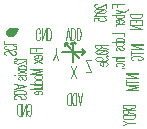
<source format=gbo>
G04 DipTrace 2.4.0.2*
%INST12axis2.gbo*%
%MOMM*%
%ADD10C,0.25*%
%ADD15C,0.127*%
%ADD36O,0.863X0.723*%
%ADD57C,0.111*%
%FSLAX53Y53*%
G04*
G71*
G90*
G75*
G01*
%LNBotSilk*%
%LPD*%
G36*
X14243Y19533D2*
X13609Y18916D1*
X13263Y19399D1*
X13419Y19526D1*
X14243Y19533D1*
G37*
D36*
X13548Y19251D3*
X14126Y19536D2*
D10*
G02X13623Y19019I-586J68D01*
G01*
X14103Y19549D2*
G03X13483Y19489I-219J-970D01*
G01*
X19326Y17117D2*
D15*
X18127Y18401D1*
X18134Y18105D2*
X18137Y18397D1*
X17901Y17589D2*
X19815D1*
X19637Y17368D2*
X19851Y17590D1*
X18875Y16731D2*
X18878Y18491D1*
X18664Y18246D2*
X18878Y18468D1*
X19103Y18250D2*
X18881Y18464D1*
X19835Y17610D2*
X19613Y17824D1*
X18392Y18395D2*
X18122D1*
X23707Y18282D2*
D57*
X24728D1*
X23707Y17831D2*
X24728D1*
X23707Y18171D1*
X24728D1*
X23707Y17549D2*
X24728D1*
X23707Y17719D2*
Y17379D1*
X23949Y16904D2*
X23853Y16928D1*
X23755Y16977D1*
X23707Y17025D1*
Y17122D1*
X23755Y17171D1*
X23853Y17219D1*
X23949Y17244D1*
X24095Y17268D1*
X24339D1*
X24484Y17244D1*
X24582Y17219D1*
X24678Y17171D1*
X24728Y17122D1*
Y17025D1*
X24678Y16977D1*
X24582Y16928D1*
X24484Y16904D1*
X24339D1*
Y17025D1*
X23663Y20782D2*
X24684D1*
Y20612D1*
X24634Y20539D1*
X24538Y20490D1*
X24440Y20466D1*
X24295Y20442D1*
X24052D1*
X23906Y20466D1*
X23809Y20490D1*
X23711Y20539D1*
X23663Y20612D1*
Y20782D1*
Y20015D2*
Y20331D1*
X24684D1*
Y20015D1*
X24149Y20331D2*
Y20136D1*
X23663Y19564D2*
X24684D1*
X23663Y19904D1*
X24684D1*
X18202Y18622D2*
X18397Y19643D1*
X18591Y18622D1*
X18702D2*
Y19643D1*
X18872D1*
X18945Y19593D1*
X18994Y19497D1*
X19018Y19399D1*
X19042Y19254D1*
Y19011D1*
X19018Y18865D1*
X18994Y18768D1*
X18945Y18670D1*
X18872Y18622D1*
X18702D1*
X19153D2*
Y19643D1*
X19324D1*
X19397Y19593D1*
X19445Y19497D1*
X19470Y19399D1*
X19494Y19254D1*
Y19011D1*
X19470Y18865D1*
X19445Y18768D1*
X19397Y18670D1*
X19324Y18622D1*
X19153D1*
X14958Y12990D2*
X14982Y13087D1*
X15031Y13184D1*
X15079Y13233D1*
X15177D1*
X15225Y13184D1*
X15274Y13087D1*
X15298Y12990D1*
X15323Y12844D1*
Y12600D1*
X15298Y12456D1*
X15274Y12358D1*
X15225Y12261D1*
X15177Y12212D1*
X15079D1*
X15031Y12261D1*
X14982Y12358D1*
X14958Y12456D1*
Y12600D1*
X15079D1*
X14507Y13233D2*
Y12212D1*
X14847Y13233D1*
Y12212D1*
X14396Y13233D2*
Y12212D1*
X14226D1*
X14153Y12261D1*
X14104Y12358D1*
X14080Y12456D1*
X14055Y12600D1*
Y12844D1*
X14080Y12990D1*
X14104Y13087D1*
X14153Y13184D1*
X14226Y13233D1*
X14396D1*
X19607Y14115D2*
X19413Y13094D1*
X19219Y14115D1*
X19108D2*
Y13094D1*
X18938D1*
X18865Y13143D1*
X18816Y13240D1*
X18792Y13338D1*
X18767Y13483D1*
Y13726D1*
X18792Y13872D1*
X18816Y13969D1*
X18865Y14067D1*
X18938Y14115D1*
X19108D1*
X18656D2*
Y13094D1*
X18486D1*
X18413Y13143D1*
X18364Y13240D1*
X18340Y13338D1*
X18316Y13483D1*
Y13726D1*
X18340Y13872D1*
X18364Y13969D1*
X18413Y14067D1*
X18486Y14115D1*
X18656D1*
X16060Y18837D2*
X16035Y18740D1*
X15987Y18642D1*
X15938Y18594D1*
X15841D1*
X15792Y18642D1*
X15744Y18740D1*
X15719Y18837D1*
X15695Y18983D1*
Y19226D1*
X15719Y19371D1*
X15744Y19469D1*
X15792Y19566D1*
X15841Y19615D1*
X15938D1*
X15987Y19566D1*
X16035Y19469D1*
X16060Y19371D1*
Y19226D1*
X15938D1*
X16511Y18594D2*
Y19615D1*
X16171Y18594D1*
Y19615D1*
X16622Y18594D2*
Y19615D1*
X16792D1*
X16865Y19566D1*
X16914Y19469D1*
X16938Y19371D1*
X16962Y19226D1*
Y18983D1*
X16938Y18837D1*
X16914Y18740D1*
X16865Y18642D1*
X16792Y18594D1*
X16622D1*
X14698Y13941D2*
X14796Y13893D1*
X14844Y13820D1*
Y13723D1*
X14796Y13650D1*
X14698Y13601D1*
X14601D1*
X14504Y13625D1*
X14455Y13650D1*
X14407Y13698D1*
X14309Y13844D1*
X14261Y13893D1*
X14212Y13917D1*
X14115Y13941D1*
X13969D1*
X13873Y13893D1*
X13823Y13820D1*
Y13723D1*
X13873Y13650D1*
X13969Y13601D1*
X14844Y14052D2*
X13823D1*
Y14222D1*
X13873Y14295D1*
X13969Y14344D1*
X14067Y14368D1*
X14212Y14392D1*
X14455D1*
X14601Y14368D1*
X14698Y14344D1*
X14796Y14295D1*
X14844Y14222D1*
Y14052D1*
X13823Y14893D2*
X14844Y14698D1*
X13823Y14503D1*
X14163Y14576D2*
Y14820D1*
X13883Y17691D2*
X13981Y17642D1*
X14029Y17569D1*
Y17472D1*
X13981Y17399D1*
X13883Y17350D1*
X13786D1*
X13689Y17375D1*
X13640Y17399D1*
X13592Y17448D1*
X13494Y17594D1*
X13446Y17642D1*
X13397Y17667D1*
X13300Y17691D1*
X13154D1*
X13058Y17642D1*
X13008Y17569D1*
Y17472D1*
X13058Y17399D1*
X13154Y17350D1*
X13786Y18166D2*
X13883Y18142D1*
X13981Y18093D1*
X14029Y18045D1*
Y17948D1*
X13981Y17899D1*
X13883Y17851D1*
X13786Y17826D1*
X13640Y17802D1*
X13397D1*
X13252Y17826D1*
X13154Y17851D1*
X13058Y17899D1*
X13008Y17948D1*
Y18045D1*
X13058Y18093D1*
X13154Y18142D1*
X13252Y18166D1*
X14029Y18277D2*
X13008D1*
Y18569D1*
X22104Y21315D2*
Y21631D1*
X23125D1*
X22590D2*
Y21437D1*
X22444Y21179D2*
X23125Y21034D1*
X23319Y21082D1*
X23417Y21131D1*
X23465Y21179D1*
Y21204D1*
X22444Y20888D2*
X23125Y21034D1*
X22104Y20777D2*
X23125D1*
X22590D2*
X22492Y20728D1*
X22444Y20680D1*
Y20607D1*
X22492Y20558D1*
X22590Y20510D1*
X22736Y20485D1*
X22833D1*
X22979Y20510D1*
X23075Y20558D1*
X23125Y20607D1*
Y20680D1*
X23075Y20728D1*
X22979Y20777D1*
X22736Y20374D2*
Y20083D1*
X22638D1*
X22541Y20107D1*
X22492Y20131D1*
X22444Y20180D1*
Y20253D1*
X22492Y20301D1*
X22590Y20350D1*
X22736Y20374D1*
X22833D1*
X22979Y20350D1*
X23075Y20301D1*
X23125Y20253D1*
Y20180D1*
X23075Y20131D1*
X22979Y20083D1*
X22444Y19972D2*
X23125D1*
X22736D2*
X22590Y19947D1*
X22492Y19899D1*
X22444Y19850D1*
Y19777D1*
X22104Y19218D2*
X23125D1*
Y18926D1*
X22444Y18524D2*
X23125D1*
X22590D2*
X22492Y18572D1*
X22444Y18621D1*
Y18693D1*
X22492Y18742D1*
X22590Y18790D1*
X22736Y18815D1*
X22833D1*
X22979Y18790D1*
X23075Y18742D1*
X23125Y18693D1*
Y18621D1*
X23075Y18572D1*
X22979Y18524D1*
X22104Y18413D2*
X23125D1*
X22590D2*
X22492Y18364D1*
X22444Y18315D1*
Y18242D1*
X22492Y18194D1*
X22590Y18145D1*
X22736Y18121D1*
X22833D1*
X22979Y18145D1*
X23075Y18194D1*
X23125Y18242D1*
Y18315D1*
X23075Y18364D1*
X22979Y18413D1*
X22590Y17743D2*
X22492Y17767D1*
X22444Y17840D1*
Y17913D1*
X22492Y17986D1*
X22590Y18010D1*
X22687Y17986D1*
X22736Y17937D1*
X22784Y17816D1*
X22833Y17767D1*
X22930Y17743D1*
X22979D1*
X23075Y17767D1*
X23125Y17840D1*
Y17913D1*
X23075Y17986D1*
X22979Y18010D1*
X22104Y17184D2*
X23125D1*
X22444Y17073D2*
X23125D1*
X22638D2*
X22492Y17000D1*
X22444Y16951D1*
Y16878D1*
X22492Y16829D1*
X22638Y16805D1*
X23125D1*
X22590Y16402D2*
X22492Y16451D1*
X22444Y16500D1*
Y16572D1*
X22492Y16621D1*
X22590Y16669D1*
X22736Y16694D1*
X22833D1*
X22979Y16669D1*
X23075Y16621D1*
X23125Y16572D1*
Y16500D1*
X23075Y16451D1*
X22979Y16402D1*
X23027Y16267D2*
X23076Y16291D1*
X23125Y16267D1*
X23076Y16242D1*
X23027Y16267D1*
X14073Y17156D2*
X14023Y17107D1*
X13878Y17034D1*
X14898D1*
X14121Y16898D2*
X14073D1*
X13975Y16874D1*
X13927Y16850D1*
X13878Y16801D1*
Y16704D1*
X13927Y16656D1*
X13975Y16632D1*
X14073Y16607D1*
X14169D1*
X14267Y16632D1*
X14412Y16680D1*
X14898Y16923D1*
Y16583D1*
X14218Y16180D2*
X14898D1*
X14364D2*
X14266Y16228D1*
X14218Y16277D1*
Y16350D1*
X14266Y16399D1*
X14364Y16447D1*
X14510Y16472D1*
X14606D1*
X14752Y16447D1*
X14849Y16399D1*
X14898Y16350D1*
Y16277D1*
X14849Y16228D1*
X14752Y16180D1*
X14218Y16069D2*
X14898Y15802D1*
X14218D2*
X14898Y16069D1*
X13877Y15691D2*
X13926Y15667D1*
X13877Y15642D1*
X13828Y15667D1*
X13877Y15691D1*
X14218Y15667D2*
X14898D1*
X14364Y15263D2*
X14266Y15288D1*
X14218Y15361D1*
Y15434D1*
X14266Y15507D1*
X14364Y15531D1*
X14460Y15507D1*
X14510Y15458D1*
X14558Y15336D1*
X14606Y15288D1*
X14704Y15263D1*
X14752D1*
X14849Y15288D1*
X14898Y15361D1*
Y15434D1*
X14849Y15507D1*
X14752Y15531D1*
X15211Y17602D2*
Y17918D1*
X16232D1*
X15697D2*
Y17724D1*
X15211Y17491D2*
X16232D1*
X15843Y17379D2*
Y17088D1*
X15746D1*
X15648Y17112D1*
X15600Y17136D1*
X15551Y17185D1*
Y17258D1*
X15600Y17306D1*
X15697Y17355D1*
X15843Y17379D1*
X15940D1*
X16086Y17355D1*
X16182Y17306D1*
X16232Y17258D1*
Y17185D1*
X16182Y17136D1*
X16086Y17088D1*
X15551Y16977D2*
X16232Y16710D1*
X15551D2*
X16232Y16977D1*
Y15762D2*
X15211D1*
X16232Y15956D1*
X15211Y16150D1*
X16232D1*
X15551Y15529D2*
X15600Y15578D1*
X15697Y15627D1*
X15843Y15651D1*
X15940D1*
X16086Y15627D1*
X16182Y15578D1*
X16232Y15529D1*
Y15456D1*
X16182Y15408D1*
X16086Y15359D1*
X15940Y15335D1*
X15843D1*
X15697Y15359D1*
X15600Y15408D1*
X15551Y15456D1*
Y15529D1*
X15211Y14932D2*
X16232D1*
X15697D2*
X15600Y14980D1*
X15551Y15029D1*
Y15102D1*
X15600Y15150D1*
X15697Y15199D1*
X15843Y15223D1*
X15940D1*
X16086Y15199D1*
X16182Y15150D1*
X16232Y15102D1*
Y15029D1*
X16182Y14980D1*
X16086Y14932D1*
X15551Y14821D2*
X16038D1*
X16182Y14797D1*
X16232Y14748D1*
Y14675D1*
X16182Y14627D1*
X16038Y14554D1*
X15551D2*
X16232D1*
X15211Y14443D2*
X16232D1*
X15843Y14331D2*
Y14040D1*
X15746D1*
X15648Y14064D1*
X15600Y14088D1*
X15551Y14137D1*
Y14210D1*
X15600Y14258D1*
X15697Y14307D1*
X15843Y14331D1*
X15940D1*
X16086Y14307D1*
X16182Y14258D1*
X16232Y14210D1*
Y14137D1*
X16182Y14088D1*
X16086Y14040D1*
X21227Y18235D2*
Y18017D1*
X21177Y17944D1*
X21129Y17919D1*
X21032Y17895D1*
X20935D1*
X20838Y17919D1*
X20789Y17944D1*
X20740Y18017D1*
Y18235D1*
X21761D1*
X21227Y18065D2*
X21761Y17895D1*
X20741Y17638D2*
X20790Y17711D1*
X20936Y17759D1*
X21178Y17784D1*
X21324D1*
X21567Y17759D1*
X21713Y17711D1*
X21761Y17638D1*
Y17589D1*
X21713Y17516D1*
X21567Y17468D1*
X21324Y17443D1*
X21178D1*
X20936Y17468D1*
X20790Y17516D1*
X20741Y17589D1*
Y17638D1*
X20936Y17468D2*
X21567Y17759D1*
X21664Y17308D2*
X21713Y17332D1*
X21761Y17308D1*
X21713Y17283D1*
X21664Y17308D1*
X21081Y16856D2*
X21227Y16881D1*
X21324Y16929D1*
X21373Y17002D1*
Y17026D1*
X21324Y17099D1*
X21227Y17148D1*
X21081Y17172D1*
X21032D1*
X20886Y17148D1*
X20790Y17099D1*
X20741Y17026D1*
Y17002D1*
X20790Y16929D1*
X20886Y16881D1*
X21081Y16856D1*
X21324D1*
X21567Y16881D1*
X21713Y16929D1*
X21761Y17002D1*
Y17050D1*
X21713Y17123D1*
X21615Y17148D1*
X21373Y16745D2*
Y16454D1*
X21275D1*
X21177Y16478D1*
X21129Y16502D1*
X21081Y16551D1*
Y16624D1*
X21129Y16672D1*
X21227Y16721D1*
X21373Y16745D1*
X21469D1*
X21615Y16721D1*
X21712Y16672D1*
X21761Y16624D1*
Y16551D1*
X21712Y16502D1*
X21615Y16454D1*
X20853Y21661D2*
X20805D1*
X20707Y21637D1*
X20659Y21613D1*
X20610Y21564D1*
Y21467D1*
X20659Y21419D1*
X20707Y21395D1*
X20805Y21370D1*
X20901D1*
X20999Y21395D1*
X21144Y21443D1*
X21630Y21686D1*
Y21346D1*
X20610Y21089D2*
X20659Y21162D1*
X20805Y21211D1*
X21047Y21235D1*
X21193D1*
X21436Y21211D1*
X21582Y21162D1*
X21630Y21089D1*
Y21040D1*
X21582Y20967D1*
X21436Y20919D1*
X21193Y20894D1*
X21047D1*
X20805Y20919D1*
X20659Y20967D1*
X20610Y21040D1*
Y21089D1*
X20805Y20919D2*
X21436Y21211D1*
X20805Y20783D2*
X20755Y20734D1*
X20610Y20661D1*
X21630D1*
X20610Y20259D2*
Y20502D1*
X21047Y20526D1*
X20999Y20502D1*
X20950Y20429D1*
Y20356D1*
X20999Y20283D1*
X21096Y20234D1*
X21242Y20210D1*
X21338D1*
X21484Y20234D1*
X21582Y20283D1*
X21630Y20356D1*
Y20429D1*
X21582Y20502D1*
X21532Y20526D1*
X21436Y20550D1*
X23035Y13145D2*
X24056D1*
Y12975D1*
X24006Y12902D1*
X23910Y12853D1*
X23812Y12829D1*
X23667Y12804D1*
X23423D1*
X23277Y12829D1*
X23181Y12853D1*
X23083Y12902D1*
X23035Y12975D1*
Y13145D1*
X23521Y12693D2*
Y12475D1*
X23472Y12402D1*
X23423Y12377D1*
X23327Y12353D1*
X23229D1*
X23132Y12377D1*
X23083Y12402D1*
X23035Y12475D1*
Y12693D1*
X24056D1*
X23521Y12523D2*
X24056Y12353D1*
X23035Y12242D2*
X24056D1*
Y12072D1*
X24006Y11999D1*
X23910Y11950D1*
X23812Y11926D1*
X23667Y11902D1*
X23423D1*
X23277Y11926D1*
X23181Y11950D1*
X23083Y11999D1*
X23035Y12072D1*
Y12242D1*
Y11790D2*
X23521Y11596D1*
X24056D1*
X23035Y11402D2*
X23521Y11596D1*
X23353Y15819D2*
X24374D1*
X23353Y15367D2*
X24374D1*
X23353Y15708D1*
X24374D1*
X23353Y15086D2*
X24374D1*
X23353Y15256D2*
Y14916D1*
X24374Y14416D2*
X23353D1*
X24374Y14611D1*
X23353Y14805D1*
X24374D1*
X18676Y15434D2*
X19084Y16455D1*
Y15434D2*
X18676Y16455D1*
X17143Y16941D2*
X17376Y17427D1*
Y17962D1*
X17609Y16941D2*
X17376Y17427D1*
X19947Y15916D2*
X20355D1*
X19947Y16937D1*
X20355D1*
M02*

</source>
